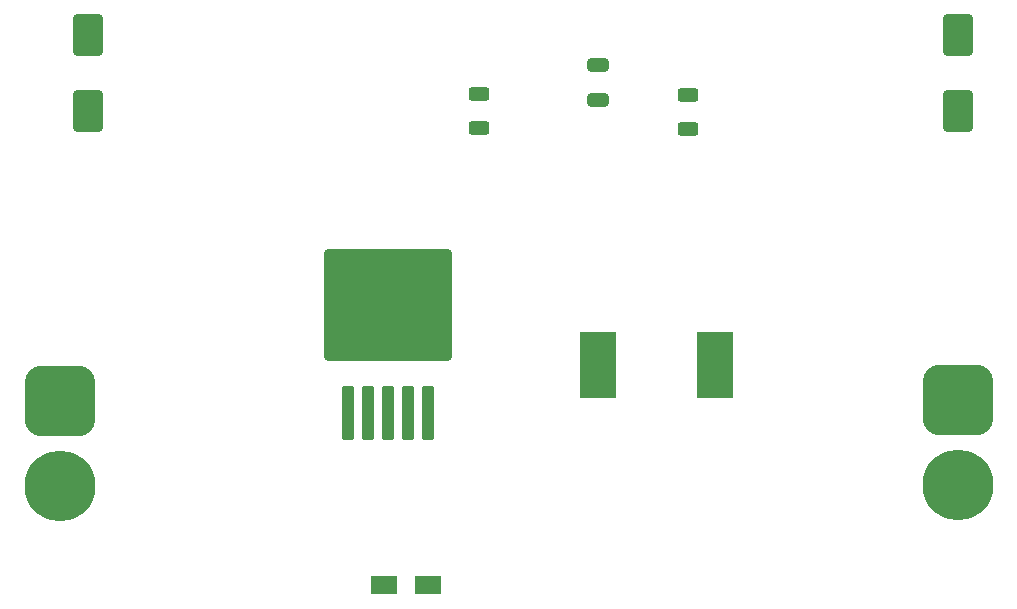
<source format=gbr>
%TF.GenerationSoftware,KiCad,Pcbnew,7.0.2*%
%TF.CreationDate,2023-09-08T16:08:14-07:00*%
%TF.ProjectId,Buck Converter,4275636b-2043-46f6-9e76-65727465722e,rev?*%
%TF.SameCoordinates,Original*%
%TF.FileFunction,Soldermask,Top*%
%TF.FilePolarity,Negative*%
%FSLAX46Y46*%
G04 Gerber Fmt 4.6, Leading zero omitted, Abs format (unit mm)*
G04 Created by KiCad (PCBNEW 7.0.2) date 2023-09-08 16:08:14*
%MOMM*%
%LPD*%
G01*
G04 APERTURE LIST*
G04 Aperture macros list*
%AMRoundRect*
0 Rectangle with rounded corners*
0 $1 Rounding radius*
0 $2 $3 $4 $5 $6 $7 $8 $9 X,Y pos of 4 corners*
0 Add a 4 corners polygon primitive as box body*
4,1,4,$2,$3,$4,$5,$6,$7,$8,$9,$2,$3,0*
0 Add four circle primitives for the rounded corners*
1,1,$1+$1,$2,$3*
1,1,$1+$1,$4,$5*
1,1,$1+$1,$6,$7*
1,1,$1+$1,$8,$9*
0 Add four rect primitives between the rounded corners*
20,1,$1+$1,$2,$3,$4,$5,0*
20,1,$1+$1,$4,$5,$6,$7,0*
20,1,$1+$1,$6,$7,$8,$9,0*
20,1,$1+$1,$8,$9,$2,$3,0*%
G04 Aperture macros list end*
%ADD10RoundRect,0.250000X-1.000000X1.500000X-1.000000X-1.500000X1.000000X-1.500000X1.000000X1.500000X0*%
%ADD11RoundRect,0.250000X0.625000X-0.312500X0.625000X0.312500X-0.625000X0.312500X-0.625000X-0.312500X0*%
%ADD12RoundRect,1.500000X-1.500000X1.500000X-1.500000X-1.500000X1.500000X-1.500000X1.500000X1.500000X0*%
%ADD13C,6.000000*%
%ADD14R,2.184400X1.625600*%
%ADD15RoundRect,0.250000X0.300000X-2.050000X0.300000X2.050000X-0.300000X2.050000X-0.300000X-2.050000X0*%
%ADD16RoundRect,0.250002X5.149998X-4.449998X5.149998X4.449998X-5.149998X4.449998X-5.149998X-4.449998X0*%
%ADD17RoundRect,0.250000X-0.650000X0.325000X-0.650000X-0.325000X0.650000X-0.325000X0.650000X0.325000X0*%
%ADD18RoundRect,0.250000X-0.625000X0.312500X-0.625000X-0.312500X0.625000X-0.312500X0.625000X0.312500X0*%
%ADD19RoundRect,0.102000X-1.447800X-2.705100X1.447800X-2.705100X1.447800X2.705100X-1.447800X2.705100X0*%
G04 APERTURE END LIST*
D10*
%TO.C,C_IN1*%
X116018000Y-85077500D03*
X116018000Y-91577500D03*
%TD*%
D11*
%TO.C,R1*%
X149148800Y-92993400D03*
X149148800Y-90068400D03*
%TD*%
D10*
%TO.C,C_OUT1*%
X189678000Y-85077500D03*
X189678000Y-91577500D03*
%TD*%
D12*
%TO.C,J2*%
X189678000Y-115977500D03*
D13*
X189678000Y-123177500D03*
%TD*%
D12*
%TO.C,J1*%
X113639600Y-116078000D03*
D13*
X113639600Y-123278000D03*
%TD*%
D14*
%TO.C,D1*%
X141138600Y-131661100D03*
X144847000Y-131661100D03*
%TD*%
D15*
%TO.C,U1*%
X138018000Y-117087500D03*
X139718000Y-117087500D03*
X141418000Y-117087500D03*
D16*
X141418000Y-107937500D03*
D15*
X143118000Y-117087500D03*
X144818000Y-117087500D03*
%TD*%
D17*
%TO.C,C_FF1*%
X159198000Y-87617500D03*
X159198000Y-90567500D03*
%TD*%
D18*
%TO.C,R2*%
X166818000Y-90157500D03*
X166818000Y-93082500D03*
%TD*%
D19*
%TO.C,L1*%
X159198000Y-113017500D03*
X169104000Y-113017500D03*
%TD*%
M02*

</source>
